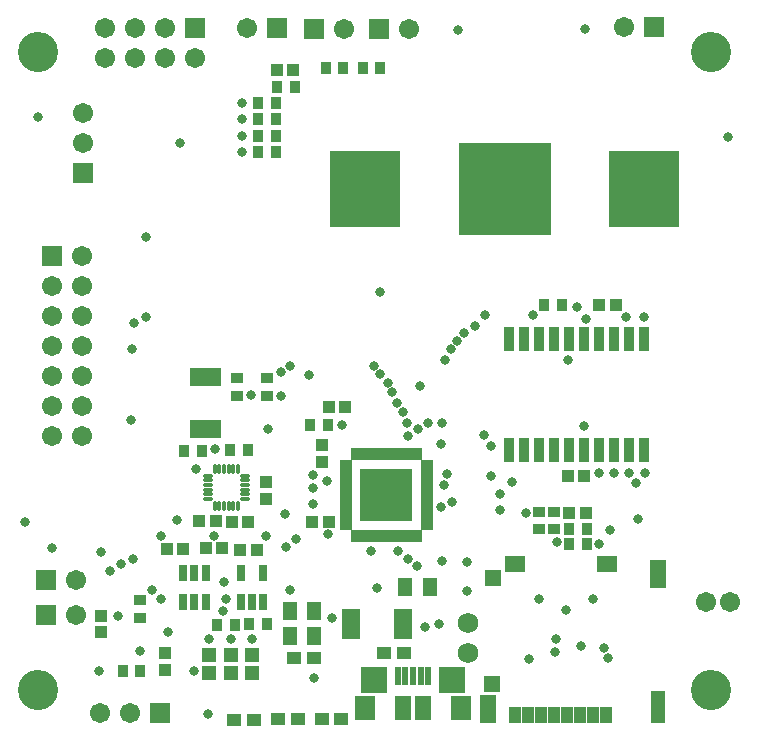
<source format=gts>
%FSTAX23Y23*%
%MOIN*%
%SFA1B1*%

%IPPOS*%
%AMD29*
4,1,8,0.011500,0.008300,-0.011500,0.008300,-0.016600,0.003200,-0.016600,-0.003200,-0.011500,-0.008300,0.011500,-0.008300,0.016600,-0.003200,0.016600,0.003200,0.011500,0.008300,0.0*
1,1,0.010160,0.011500,0.003200*
1,1,0.010160,-0.011500,0.003200*
1,1,0.010160,-0.011500,-0.003200*
1,1,0.010160,0.011500,-0.003200*
%
%AMD30*
4,1,8,-0.008300,0.011500,-0.008300,-0.011500,-0.003200,-0.016600,0.003200,-0.016600,0.008300,-0.011500,0.008300,0.011500,0.003200,0.016600,-0.003200,0.016600,-0.008300,0.011500,0.0*
1,1,0.010160,-0.003200,0.011500*
1,1,0.010160,-0.003200,-0.011500*
1,1,0.010160,0.003200,-0.011500*
1,1,0.010160,0.003200,0.011500*
%
%ADD18R,0.043430X0.035560*%
%ADD19R,0.039500X0.043430*%
%ADD20R,0.025720X0.064100*%
%ADD21R,0.035560X0.043430*%
%ADD22R,0.307210X0.307210*%
%ADD23R,0.232410X0.258000*%
%ADD24R,0.033590X0.083790*%
%ADD25R,0.043430X0.039500*%
%ADD26R,0.173350X0.173350*%
%ADD27R,0.043430X0.019810*%
%ADD28R,0.019810X0.043430*%
G04~CAMADD=29~8~0.0~0.0~332.0~166.6~50.8~0.0~15~0.0~0.0~0.0~0.0~0~0.0~0.0~0.0~0.0~0~0.0~0.0~0.0~0.0~332.0~166.6*
%ADD29D29*%
G04~CAMADD=30~8~0.0~0.0~332.0~166.6~50.8~0.0~15~0.0~0.0~0.0~0.0~0~0.0~0.0~0.0~0.0~0~0.0~0.0~0.0~90.0~167.0~332.0*
%ADD30D30*%
%ADD31R,0.039500X0.056820*%
%ADD32R,0.045400X0.106420*%
%ADD33R,0.053280X0.094610*%
%ADD34R,0.053670X0.057210*%
%ADD35R,0.053670X0.055240*%
%ADD36R,0.067060X0.053280*%
%ADD37R,0.031620X0.057210*%
%ADD38R,0.031620X0.055240*%
%ADD39R,0.049340X0.063120*%
%ADD40R,0.045400X0.043430*%
%ADD41R,0.047370X0.045400*%
%ADD42R,0.063120X0.019810*%
%ADD43R,0.023750X0.061150*%
%ADD44R,0.090680X0.086740*%
%ADD45R,0.070990X0.082800*%
%ADD46R,0.055240X0.082800*%
%ADD47C,0.067060*%
%ADD48R,0.067060X0.067060*%
%ADD49C,0.068000*%
%ADD50R,0.067060X0.067060*%
%ADD51C,0.031620*%
%ADD52C,0.133980*%
%LNmoveh_messkette_einseitig_v2-1*%
%LPD*%
G54D18*
X00517Y00476D03*
Y00417D03*
X00939Y01157D03*
Y01216D03*
X00841Y01157D03*
Y01216D03*
X01897Y00712D03*
Y00771D03*
X01846D03*
Y00712D03*
G54D19*
X00851Y00644D03*
X00906D03*
X012Y01121D03*
X01145D03*
X02047Y0146D03*
X02102D03*
X01943Y00889D03*
X01998D03*
X01145Y00736D03*
X0109D03*
X00714Y00738D03*
X00769D03*
X00878Y00735D03*
X00823D03*
X01027Y02244D03*
X00972D03*
X01948Y00765D03*
X02003D03*
X00606Y00647D03*
X00661D03*
X0079Y00648D03*
X00735D03*
G54D20*
X00697Y01221D03*
X00723D03*
X00749D03*
X00774D03*
Y01047D03*
X00749D03*
X00723D03*
X00697D03*
G54D21*
X00663Y00973D03*
X00722D03*
X00875Y00975D03*
X00815D03*
X00832Y00393D03*
X00773D03*
X00881Y00395D03*
X0094D03*
X01864Y0146D03*
X01923D03*
X0091Y02134D03*
X00969D03*
X00911Y02078D03*
X0097D03*
X00911Y01968D03*
X0097D03*
Y02023D03*
X00911D03*
X01194Y02248D03*
X01135D03*
X01143Y01061D03*
X01084D03*
X00972Y02187D03*
X01032D03*
X01946Y00663D03*
X02005D03*
Y00714D03*
X01946D03*
X00518Y00241D03*
X00459D03*
X01259Y02248D03*
X01318D03*
G54D22*
X01732Y01846D03*
G54D23*
X02198Y01846D03*
X01265D03*
G54D24*
X02196Y00975D03*
X02146D03*
X02096D03*
X02046D03*
X01996D03*
X01946D03*
X01896D03*
X01846D03*
X01796D03*
X01746D03*
Y01346D03*
X01796D03*
X01846D03*
X01896D03*
X01946D03*
X01996D03*
X02046D03*
X02096D03*
X02146D03*
X02196D03*
G54D25*
X01122Y00937D03*
Y00992D03*
X00938Y00814D03*
Y0087D03*
X00599Y00298D03*
Y00243D03*
X00388Y00369D03*
Y00424D03*
G54D26*
X01338Y00826D03*
G54D27*
X01202Y00718D03*
Y00737D03*
Y00757D03*
Y00777D03*
Y00797D03*
Y00816D03*
Y00836D03*
Y00856D03*
Y00875D03*
Y00895D03*
Y00915D03*
Y00934D03*
X01474D03*
Y00915D03*
Y00895D03*
Y00875D03*
Y00856D03*
Y00836D03*
Y00816D03*
Y00797D03*
Y00777D03*
Y00757D03*
Y00737D03*
Y00718D03*
G54D28*
X0123Y00962D03*
X0125D03*
X01269D03*
X01289D03*
X01309D03*
X01328D03*
X01348D03*
X01368D03*
X01387D03*
X01407D03*
X01427D03*
X01446D03*
Y0069D03*
X01427D03*
X01407D03*
X01387D03*
X01368D03*
X01348D03*
X01328D03*
X01309D03*
X01289D03*
X01269D03*
X0125D03*
X0123D03*
G54D29*
X00743Y00891D03*
Y00876D03*
Y0086D03*
Y00844D03*
Y00828D03*
Y00813D03*
X00865D03*
Y00828D03*
Y00844D03*
Y0086D03*
Y00876D03*
Y00891D03*
G54D30*
X00765Y00791D03*
X0078D03*
X00796D03*
X00812D03*
X00828D03*
X00843D03*
Y00913D03*
X00828D03*
X00812D03*
X00796D03*
X0078D03*
X00765D03*
G54D31*
X02071Y00093D03*
X02027D03*
X01984D03*
X01941D03*
X01898D03*
X01854D03*
X01811D03*
X01768D03*
G54D32*
X02242Y00118D03*
G54D33*
X01675Y00112D03*
X02242Y00564D03*
G54D34*
X01691Y00196D03*
G54D35*
X01693Y00551D03*
G54D36*
X01766Y00595D03*
X02072D03*
G54D37*
X00853Y00469D03*
X0089D03*
X00928D03*
Y00567D03*
X00853D03*
G54D38*
X00735Y00567D03*
X00697D03*
X0066D03*
Y00469D03*
X00697D03*
X00735D03*
G54D39*
X01015Y0044D03*
X01096D03*
Y00357D03*
X01015D03*
X01401Y00521D03*
X01482D03*
G54D40*
X01096Y00283D03*
X01031D03*
X01395Y00298D03*
X0133D03*
X00896Y00077D03*
X00831D03*
X01043Y00078D03*
X00978D03*
X01188Y00079D03*
X01124D03*
G54D41*
X0089Y00232D03*
Y00293D03*
X00819Y00232D03*
Y00293D03*
X00748Y00232D03*
Y00293D03*
G54D42*
X01394Y00357D03*
Y00377D03*
Y00396D03*
Y00416D03*
Y00436D03*
X01221D03*
Y00416D03*
Y00396D03*
Y00377D03*
Y00357D03*
G54D43*
X01478Y00222D03*
X01452D03*
X01427D03*
X01401D03*
X01375D03*
G54D44*
X01297Y00209D03*
X01557D03*
G54D45*
X01265Y00117D03*
X01588D03*
G54D46*
X01393Y00117D03*
X0146D03*
G54D47*
X00304Y00543D03*
Y00425D03*
X02131Y02385D03*
X02404Y00471D03*
X02483D03*
X01196Y02381D03*
X007Y02283D03*
X006Y02383D03*
Y02283D03*
X005Y02383D03*
Y02283D03*
X004Y02383D03*
Y02283D03*
X00874Y02383D03*
X01414Y02381D03*
X00483Y00098D03*
X00383D03*
X00323Y01023D03*
X00223D03*
X00323Y01123D03*
X00223D03*
X00323Y01223D03*
X00223D03*
X00323Y01323D03*
X00223D03*
X00323Y01423D03*
X00223D03*
X00323Y01523D03*
X00223D03*
X00323Y01623D03*
X00326Y02D03*
Y021D03*
G54D48*
X00204Y00543D03*
Y00425D03*
X02231Y02385D03*
X01096Y02381D03*
X007Y02383D03*
X00974D03*
X01314Y02381D03*
X00583Y00098D03*
G54D49*
X0161Y004D03*
Y003D03*
G54D50*
X00223Y01623D03*
X00326Y019D03*
G54D51*
X00767Y00978D03*
X00702Y00913D03*
X01093Y00797D03*
X01306Y00517D03*
X00609Y00371D03*
X00641Y00744D03*
X0145Y01189D03*
X01999Y02381D03*
X02476Y02019D03*
X01577Y02375D03*
X00176Y02085D03*
X01522Y00606D03*
X00744Y00096D03*
X00133Y00736D03*
X00999Y00764D03*
X00943Y01046D03*
X02176Y00745D03*
X00587Y0069D03*
X00938Y00691D03*
X00764D03*
X00222Y00651D03*
X01079Y01225D03*
X01357Y01168D03*
X01342Y01201D03*
X00985Y01157D03*
X00886Y01158D03*
X00985Y01235D03*
X00385Y00637D03*
X00442Y00423D03*
X00515Y00305D03*
X00588Y0048D03*
X00793Y00438D03*
X00803Y00481D03*
X01902Y00346D03*
X01988Y00322D03*
X01901Y00302D03*
X02025Y0048D03*
X01812Y0028D03*
X01846Y00478D03*
X02062Y00317D03*
X02078Y00282D03*
X01938Y00442D03*
X01015Y0051D03*
X02195Y0142D03*
X02146Y00901D03*
X02169Y00866D03*
X02082Y0071D03*
X00798Y00535D03*
X01143Y00696D03*
X01466Y00385D03*
X01521Y00786D03*
X02199Y00901D03*
X01715Y00777D03*
X01757Y0087D03*
X01539Y00897D03*
X01411Y01024D03*
X00496Y01399D03*
X00535Y01421D03*
X00491Y01313D03*
X01552D03*
X01532Y01277D03*
X01662Y01026D03*
X01665Y01425D03*
X01093Y00893D03*
X01092Y00849D03*
X01407Y01066D03*
X01476Y01066D03*
X01606Y00603D03*
X02137Y0142D03*
X02003Y01413D03*
X01826Y01425D03*
X01035Y00678D03*
X01003Y00654D03*
X01555Y00803D03*
X01523Y01066D03*
X01444Y01047D03*
X01392Y01102D03*
X01374Y01133D03*
X01318Y01228D03*
X00649Y02D03*
X00535Y01685D03*
X00488Y01076D03*
X01318Y01503D03*
X01018Y01255D03*
X01298D03*
X00858Y01968D03*
Y02023D03*
Y02078D03*
Y02134D03*
X01519Y00996D03*
X01189Y01058D03*
X01633Y0139D03*
X01597Y01367D03*
X01972Y01452D03*
X01574Y0134D03*
X01685Y00988D03*
X00555Y00511D03*
X01441Y0059D03*
X01409Y00613D03*
X01377Y00641D03*
X00452Y00595D03*
X00492Y00614D03*
X00417Y00574D03*
X01287Y0064D03*
X01715Y00831D03*
X01942Y01275D03*
X01685Y00889D03*
X01802Y00765D03*
X01531Y00858D03*
X01141Y00874D03*
X02046Y00901D03*
X01996Y01055D03*
X02096Y00901D03*
X01905Y00671D03*
X02046Y00663D03*
X00698Y0024D03*
X00381D03*
X01096Y00216D03*
X01158Y00416D03*
X01512Y00396D03*
X00748Y00345D03*
X0089D03*
X00819D03*
X01607Y00507D03*
G54D52*
X00177Y00177D03*
Y02303D03*
X02421D03*
Y00177D03*
M02*
</source>
